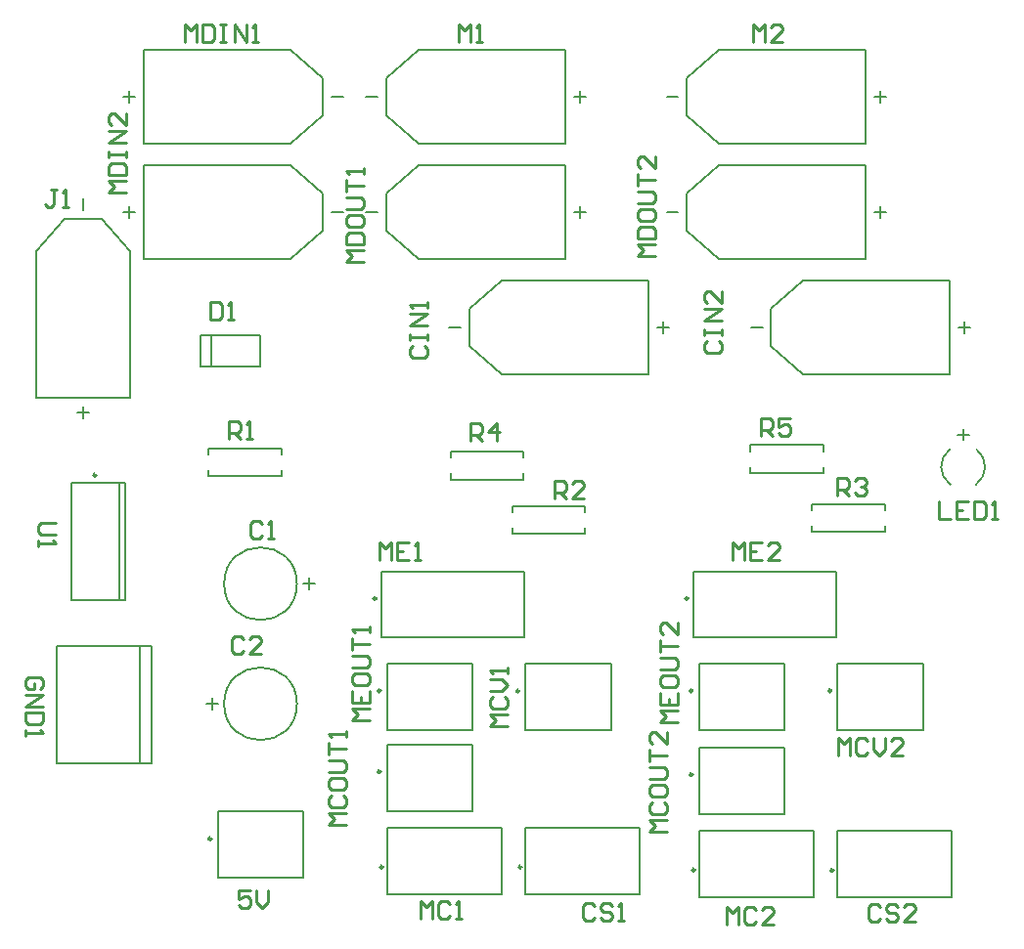
<source format=gto>
G04*
G04 #@! TF.GenerationSoftware,Altium Limited,Altium Designer,26.2.0 (7)*
G04*
G04 Layer_Color=65535*
%FSLAX44Y44*%
%MOMM*%
G71*
G04*
G04 #@! TF.SameCoordinates,E85B846E-6058-4BB5-BA70-B6274EE6EEFF*
G04*
G04*
G04 #@! TF.FilePolarity,Positive*
G04*
G01*
G75*
%ADD10C,0.2500*%
%ADD11C,0.2000*%
%ADD12C,0.1270*%
%ADD13C,0.2540*%
%ADD14C,0.1500*%
D10*
X326500Y59500D02*
G03*
X326500Y59500I-1250J0D01*
G01*
X446500D02*
G03*
X446500Y59500I-1250J0D01*
G01*
X178000Y84000D02*
G03*
X178000Y84000I-1250J0D01*
G01*
X444500Y212000D02*
G03*
X444500Y212000I-1250J0D01*
G01*
X324500Y212250D02*
G03*
X324500Y212250I-1250J0D01*
G01*
Y142250D02*
G03*
X324500Y142250I-1250J0D01*
G01*
X320750Y292250D02*
G03*
X320750Y292250I-1250J0D01*
G01*
X78230Y398980D02*
G03*
X78230Y398980I-1250J0D01*
G01*
X596500Y57000D02*
G03*
X596500Y57000I-1250J0D01*
G01*
X716500Y56750D02*
G03*
X716500Y56750I-1250J0D01*
G01*
X594500Y139750D02*
G03*
X594500Y139750I-1250J0D01*
G01*
Y212250D02*
G03*
X594500Y212250I-1250J0D01*
G01*
X714500D02*
G03*
X714500Y212250I-1250J0D01*
G01*
X590750Y292250D02*
G03*
X590750Y292250I-1250J0D01*
G01*
D11*
X252000Y201000D02*
G03*
X252000Y201000I-31500J0D01*
G01*
X817224Y421450D02*
G03*
X817330Y391130I11506J-15120D01*
G01*
X840130D02*
G03*
X840235Y421450I-11400J15200D01*
G01*
X252000Y305000D02*
G03*
X252000Y305000I-31500J0D01*
G01*
X330000Y36000D02*
X429000D01*
X330000D02*
Y93500D01*
X429000D01*
Y36000D02*
Y93500D01*
X438500Y348000D02*
Y353260D01*
Y348000D02*
X501500D01*
X438500Y372000D02*
X501500D01*
X438500Y366740D02*
Y372000D01*
X501500Y348000D02*
Y353260D01*
Y366740D02*
Y372000D01*
X220500Y493500D02*
Y520500D01*
X177990Y493500D02*
Y520500D01*
X168500D02*
X220500D01*
X168500Y493500D02*
X220500D01*
X168500D02*
Y520500D01*
X707500Y419740D02*
Y425000D01*
Y401000D02*
Y406260D01*
X644500Y419740D02*
Y425000D01*
X707500D01*
X644500Y401000D02*
X707500D01*
X644500D02*
Y406260D01*
X549000Y36000D02*
Y93500D01*
X450000Y36000D02*
X549000D01*
X450000Y93500D02*
X549000D01*
X450000Y36000D02*
Y93500D01*
X183500Y50000D02*
X257500D01*
X183500D02*
Y107500D01*
X257500D01*
Y50000D02*
Y107500D01*
X450000Y178000D02*
X524000D01*
X450000D02*
Y235500D01*
X524000D01*
Y178000D02*
Y235500D01*
X330000Y178250D02*
X404000D01*
X330000D02*
Y235750D01*
X404000D01*
Y178250D02*
Y235750D01*
X330000Y108250D02*
X404000D01*
X330000D02*
Y165750D01*
X404000D01*
Y108250D02*
Y165750D01*
X449000Y258250D02*
Y315750D01*
X325000D02*
X449000D01*
X325000Y258250D02*
X449000D01*
X325000D02*
Y315750D01*
X817330Y391130D02*
X817880Y391090D01*
X839580D02*
X840130Y391130D01*
X828730Y429230D02*
Y439230D01*
X823730Y434230D02*
X833730D01*
X448250Y413990D02*
Y419250D01*
Y395250D02*
Y400510D01*
X385250Y413990D02*
Y419250D01*
X448250D01*
X385250Y395250D02*
X448250D01*
X385250D02*
Y400510D01*
X238500Y416740D02*
Y422000D01*
Y398000D02*
Y403260D01*
X175500Y422000D02*
X238500D01*
X175500Y416740D02*
Y422000D01*
Y398000D02*
X238500D01*
X175500D02*
Y403260D01*
X56580Y392480D02*
X103580D01*
X56580Y290480D02*
X103580D01*
X56580D02*
Y392480D01*
X103580Y290480D02*
Y392480D01*
X98580Y290480D02*
Y392480D01*
X600000Y33500D02*
X699000D01*
X600000D02*
Y91000D01*
X699000D01*
Y33500D02*
Y91000D01*
X720000Y33250D02*
X819000D01*
X720000D02*
Y90750D01*
X819000D01*
Y33250D02*
Y90750D01*
X600000Y105750D02*
X674000D01*
X600000D02*
Y163250D01*
X674000D01*
Y105750D02*
Y163250D01*
X600000Y178250D02*
X674000D01*
X600000D02*
Y235750D01*
X674000Y178250D02*
Y235750D01*
X600000D02*
X674000D01*
X720000Y178250D02*
X794000D01*
X720000D02*
Y235750D01*
X794000D01*
Y178250D02*
Y235750D01*
X719000Y258250D02*
Y315750D01*
X595000D02*
X719000D01*
X595000Y258250D02*
X719000D01*
X595000D02*
Y315750D01*
X761000Y368740D02*
Y374000D01*
Y350000D02*
Y355260D01*
X698000Y368740D02*
Y374000D01*
X761000D01*
X698000Y350000D02*
X761000D01*
X698000D02*
Y355260D01*
D12*
X429500Y486500D02*
X556500D01*
X401500Y511000D02*
Y543000D01*
X564000Y527000D02*
X574000D01*
X569000Y522000D02*
Y532000D01*
X401500Y511000D02*
X429500Y486500D01*
X384000Y527000D02*
X394000D01*
X556500Y486500D02*
Y567500D01*
X429500D02*
X556500D01*
X401500Y543000D02*
X429500Y567500D01*
X329500Y643000D02*
X357500Y667500D01*
X484500D01*
Y586500D02*
Y667500D01*
X312000Y627000D02*
X322000D01*
X329500Y611000D02*
X357500Y586500D01*
X497000Y622000D02*
Y632000D01*
X492000Y627000D02*
X502000D01*
X329500Y611000D02*
Y643000D01*
X357500Y586500D02*
X484500D01*
X44480Y149280D02*
Y250880D01*
Y149280D02*
X116480D01*
X44480Y250880D02*
X116480D01*
Y149280D02*
Y250880D01*
X126480Y149280D02*
Y250880D01*
X116480Y149280D02*
X126480D01*
X116480Y250880D02*
X126480D01*
X119500Y667500D02*
X246500D01*
X274500Y611000D02*
Y643000D01*
X102000Y627000D02*
X112000D01*
X107000Y622000D02*
Y632000D01*
X246500Y667500D02*
X274500Y643000D01*
X282000Y627000D02*
X292000D01*
X119500Y586500D02*
Y667500D01*
Y586500D02*
X246500D01*
X274500Y611000D01*
X246500Y686500D02*
X274500Y711000D01*
X119500Y686500D02*
X246500D01*
X119500D02*
Y767500D01*
X282000Y727000D02*
X292000D01*
X246500Y767500D02*
X274500Y743000D01*
X107000Y722000D02*
Y732000D01*
X102000Y727000D02*
X112000D01*
X274500Y711000D02*
Y743000D01*
X119500Y767500D02*
X246500D01*
X662500Y543000D02*
X690500Y567500D01*
X817500D01*
Y486500D02*
Y567500D01*
X645000Y527000D02*
X655000D01*
X662500Y511000D02*
X690500Y486500D01*
X830000Y522000D02*
Y532000D01*
X825000Y527000D02*
X835000D01*
X662500Y511000D02*
Y543000D01*
X690500Y486500D02*
X817500D01*
X617500Y586500D02*
X744500D01*
X589500Y611000D02*
Y643000D01*
X752000Y627000D02*
X762000D01*
X757000Y622000D02*
Y632000D01*
X589500Y611000D02*
X617500Y586500D01*
X572000Y627000D02*
X582000D01*
X744500Y586500D02*
Y667500D01*
X617500D02*
X744500D01*
X589500Y643000D02*
X617500Y667500D01*
Y686500D02*
X744500D01*
X589500Y711000D02*
Y743000D01*
X752000Y727000D02*
X762000D01*
X757000Y722000D02*
Y732000D01*
X589500Y711000D02*
X617500Y686500D01*
X572000Y727000D02*
X582000D01*
X744500Y686500D02*
Y767500D01*
X617500D02*
X744500D01*
X589500Y743000D02*
X617500Y767500D01*
X329500Y743000D02*
X357500Y767500D01*
X484500D01*
Y686500D02*
Y767500D01*
X312000Y727000D02*
X322000D01*
X329500Y711000D02*
X357500Y686500D01*
X497000Y722000D02*
Y732000D01*
X492000Y727000D02*
X502000D01*
X329500Y711000D02*
Y743000D01*
X357500Y686500D02*
X484500D01*
X26500Y466000D02*
Y593000D01*
X51000Y621000D02*
X83000D01*
X67000Y448500D02*
Y458500D01*
X62000Y453500D02*
X72000D01*
X26500Y593000D02*
X51000Y621000D01*
X67000Y628500D02*
Y638500D01*
X26500Y466000D02*
X107500D01*
Y593000D01*
X83000Y621000D02*
X107500Y593000D01*
D13*
X351922Y510535D02*
X349383Y507995D01*
Y502917D01*
X351922Y500378D01*
X362078D01*
X364618Y502917D01*
Y507995D01*
X362078Y510535D01*
X349383Y515613D02*
Y520691D01*
Y518152D01*
X364618D01*
Y515613D01*
Y520691D01*
Y528309D02*
X349383D01*
X364618Y538465D01*
X349383D01*
X364618Y543544D02*
Y548622D01*
Y546083D01*
X349383D01*
X351922Y543544D01*
X310348Y584103D02*
X295112D01*
X300191Y589182D01*
X295112Y594260D01*
X310348D01*
X295112Y599338D02*
X310348D01*
Y606956D01*
X307808Y609495D01*
X297652D01*
X295112Y606956D01*
Y599338D01*
Y622191D02*
Y617113D01*
X297652Y614573D01*
X307808D01*
X310348Y617113D01*
Y622191D01*
X307808Y624730D01*
X297652D01*
X295112Y622191D01*
Y629808D02*
X307808D01*
X310348Y632348D01*
Y637426D01*
X307808Y639965D01*
X295112D01*
Y645043D02*
Y655200D01*
Y650122D01*
X310348D01*
Y660278D02*
Y665357D01*
Y662818D01*
X295112D01*
X297652Y660278D01*
X359226Y14382D02*
Y29618D01*
X364304Y24539D01*
X369383Y29618D01*
Y14382D01*
X384618Y27078D02*
X382078Y29618D01*
X377000D01*
X374461Y27078D01*
Y16922D01*
X377000Y14382D01*
X382078D01*
X384618Y16922D01*
X389696Y14382D02*
X394774D01*
X392235D01*
Y29618D01*
X389696Y27078D01*
X475284Y379113D02*
Y394347D01*
X482902D01*
X485441Y391808D01*
Y386730D01*
X482902Y384191D01*
X475284D01*
X480363D02*
X485441Y379113D01*
X500676D02*
X490519D01*
X500676Y389269D01*
Y391808D01*
X498137Y394347D01*
X493058D01*
X490519Y391808D01*
X177323Y548848D02*
Y533613D01*
X184941D01*
X187480Y536152D01*
Y546308D01*
X184941Y548848D01*
X177323D01*
X192558Y533613D02*
X197637D01*
X195098D01*
Y548848D01*
X192558Y546308D01*
X30058Y213715D02*
X32598Y216254D01*
Y221333D01*
X30058Y223872D01*
X19902D01*
X17363Y221333D01*
Y216254D01*
X19902Y213715D01*
X24980D01*
Y218793D01*
X17363Y208637D02*
X32598D01*
X17363Y198480D01*
X32598D01*
Y193402D02*
X17363D01*
Y185784D01*
X19902Y183245D01*
X30058D01*
X32598Y185784D01*
Y193402D01*
X17363Y178167D02*
Y173088D01*
Y175627D01*
X32598D01*
X30058Y178167D01*
X653284Y433112D02*
Y448348D01*
X660902D01*
X663441Y445808D01*
Y440730D01*
X660902Y438191D01*
X653284D01*
X658363D02*
X663441Y433112D01*
X678676Y448348D02*
X668519D01*
Y440730D01*
X673598Y443269D01*
X676137D01*
X678676Y440730D01*
Y435652D01*
X676137Y433112D01*
X671058D01*
X668519Y435652D01*
X509362Y26058D02*
X506823Y28598D01*
X501745D01*
X499206Y26058D01*
Y15902D01*
X501745Y13362D01*
X506823D01*
X509362Y15902D01*
X524598Y26058D02*
X522058Y28598D01*
X516980D01*
X514441Y26058D01*
Y23519D01*
X516980Y20980D01*
X522058D01*
X524598Y18441D01*
Y15902D01*
X522058Y13362D01*
X516980D01*
X514441Y15902D01*
X529676Y13362D02*
X534754D01*
X532215D01*
Y28598D01*
X529676Y26058D01*
X104117Y643971D02*
X88883D01*
X93961Y649049D01*
X88883Y654128D01*
X104117D01*
X88883Y659206D02*
X104117D01*
Y666824D01*
X101578Y669363D01*
X91422D01*
X88883Y666824D01*
Y659206D01*
Y674441D02*
Y679520D01*
Y676980D01*
X104117D01*
Y674441D01*
Y679520D01*
Y687137D02*
X88883D01*
X104117Y697294D01*
X88883D01*
X104117Y712529D02*
Y702372D01*
X93961Y712529D01*
X91422D01*
X88883Y709990D01*
Y704911D01*
X91422Y702372D01*
X211961Y39618D02*
X201804D01*
Y32000D01*
X206882Y34539D01*
X209422D01*
X211961Y32000D01*
Y26922D01*
X209422Y24383D01*
X204343D01*
X201804Y26922D01*
X217039Y39618D02*
Y29461D01*
X222118Y24383D01*
X227196Y29461D01*
Y39618D01*
X206191Y256808D02*
X203652Y259348D01*
X198573D01*
X196034Y256808D01*
Y246652D01*
X198573Y244112D01*
X203652D01*
X206191Y246652D01*
X221426Y244112D02*
X211269D01*
X221426Y254269D01*
Y256808D01*
X218887Y259348D01*
X213808D01*
X211269Y256808D01*
X434618Y181358D02*
X419383D01*
X424461Y186437D01*
X419383Y191515D01*
X434618D01*
X421922Y206750D02*
X419383Y204211D01*
Y199132D01*
X421922Y196593D01*
X432078D01*
X434618Y199132D01*
Y204211D01*
X432078Y206750D01*
X419383Y211828D02*
X429539D01*
X434618Y216907D01*
X429539Y221985D01*
X419383D01*
X434618Y227063D02*
Y232142D01*
Y229603D01*
X419383D01*
X421922Y227063D01*
X314618Y186373D02*
X299382D01*
X304461Y191451D01*
X299382Y196530D01*
X314618D01*
X299382Y211765D02*
Y201608D01*
X314618D01*
Y211765D01*
X307000Y201608D02*
Y206687D01*
X299382Y224461D02*
Y219382D01*
X301922Y216843D01*
X312078D01*
X314618Y219382D01*
Y224461D01*
X312078Y227000D01*
X301922D01*
X299382Y224461D01*
Y232078D02*
X312078D01*
X314618Y234618D01*
Y239696D01*
X312078Y242235D01*
X299382D01*
Y247313D02*
Y257470D01*
Y252392D01*
X314618D01*
Y262549D02*
Y267627D01*
Y265088D01*
X299382D01*
X301922Y262549D01*
X294618Y96373D02*
X279382D01*
X284461Y101452D01*
X279382Y106530D01*
X294618D01*
X281922Y121765D02*
X279382Y119226D01*
Y114147D01*
X281922Y111608D01*
X292078D01*
X294618Y114147D01*
Y119226D01*
X292078Y121765D01*
X279382Y134461D02*
Y129382D01*
X281922Y126843D01*
X292078D01*
X294618Y129382D01*
Y134461D01*
X292078Y137000D01*
X281922D01*
X279382Y134461D01*
Y142078D02*
X292078D01*
X294618Y144618D01*
Y149696D01*
X292078Y152235D01*
X279382D01*
Y157313D02*
Y167470D01*
Y162392D01*
X294618D01*
Y172549D02*
Y177627D01*
Y175088D01*
X279382D01*
X281922Y172549D01*
X323706Y325863D02*
Y341098D01*
X328784Y336019D01*
X333862Y341098D01*
Y325863D01*
X349098Y341098D02*
X338941D01*
Y325863D01*
X349098D01*
X338941Y333480D02*
X344019D01*
X354176Y325863D02*
X359254D01*
X356715D01*
Y341098D01*
X354176Y338558D01*
X808088Y376097D02*
Y360863D01*
X818245D01*
X833480Y376097D02*
X823323D01*
Y360863D01*
X833480D01*
X823323Y368480D02*
X828402D01*
X838558Y376097D02*
Y360863D01*
X846176D01*
X848715Y363402D01*
Y373558D01*
X846176Y376097D01*
X838558D01*
X853793Y360863D02*
X858872D01*
X856333D01*
Y376097D01*
X853793Y373558D01*
X402284Y428613D02*
Y443848D01*
X409902D01*
X412441Y441308D01*
Y436230D01*
X409902Y433691D01*
X402284D01*
X407363D02*
X412441Y428613D01*
X425137D02*
Y443848D01*
X417519Y436230D01*
X427676D01*
X193323Y430863D02*
Y446098D01*
X200941D01*
X203480Y443558D01*
Y438480D01*
X200941Y435941D01*
X193323D01*
X198402D02*
X203480Y430863D01*
X208558D02*
X213637D01*
X211098D01*
Y446098D01*
X208558Y443558D01*
X155260Y774382D02*
Y789617D01*
X160339Y784539D01*
X165417Y789617D01*
Y774382D01*
X170495Y789617D02*
Y774382D01*
X178113D01*
X180652Y776922D01*
Y787078D01*
X178113Y789617D01*
X170495D01*
X185730D02*
X190809D01*
X188270D01*
Y774382D01*
X185730D01*
X190809D01*
X198426D02*
Y789617D01*
X208583Y774382D01*
Y789617D01*
X213661Y774382D02*
X218740D01*
X216201D01*
Y789617D01*
X213661Y787078D01*
X43598Y357387D02*
X30902D01*
X28363Y354847D01*
Y349769D01*
X30902Y347230D01*
X43598D01*
X28363Y342152D02*
Y337073D01*
Y339612D01*
X43598D01*
X41058Y342152D01*
X606922Y515495D02*
X604383Y512956D01*
Y507878D01*
X606922Y505339D01*
X617078D01*
X619618Y507878D01*
Y512956D01*
X617078Y515495D01*
X604383Y520574D02*
Y525652D01*
Y523113D01*
X619618D01*
Y520574D01*
Y525652D01*
Y533270D02*
X604383D01*
X619618Y543426D01*
X604383D01*
X619618Y558661D02*
Y548505D01*
X609461Y558661D01*
X606922D01*
X604383Y556122D01*
Y551044D01*
X606922Y548505D01*
X562118Y588834D02*
X546883D01*
X551961Y593912D01*
X546883Y598991D01*
X562118D01*
X546883Y604069D02*
X562118D01*
Y611687D01*
X559578Y614226D01*
X549422D01*
X546883Y611687D01*
Y604069D01*
Y626922D02*
Y621843D01*
X549422Y619304D01*
X559578D01*
X562118Y621843D01*
Y626922D01*
X559578Y629461D01*
X549422D01*
X546883Y626922D01*
Y634539D02*
X559578D01*
X562118Y637078D01*
Y642157D01*
X559578Y644696D01*
X546883D01*
Y649774D02*
Y659931D01*
Y654853D01*
X562118D01*
Y675166D02*
Y665009D01*
X551961Y675166D01*
X549422D01*
X546883Y672627D01*
Y667549D01*
X549422Y665009D01*
X646804Y774382D02*
Y789617D01*
X651882Y784539D01*
X656961Y789617D01*
Y774382D01*
X672196D02*
X662039D01*
X672196Y784539D01*
Y787078D01*
X669657Y789617D01*
X664578D01*
X662039Y787078D01*
X391843Y774382D02*
Y789617D01*
X396922Y784539D01*
X402000Y789617D01*
Y774382D01*
X407078D02*
X412157D01*
X409618D01*
Y789617D01*
X407078Y787078D01*
X624187Y9383D02*
Y24618D01*
X629265Y19539D01*
X634343Y24618D01*
Y9383D01*
X649578Y22078D02*
X647039Y24618D01*
X641961D01*
X639422Y22078D01*
Y11922D01*
X641961Y9383D01*
X647039D01*
X649578Y11922D01*
X664814Y9383D02*
X654657D01*
X664814Y19539D01*
Y22078D01*
X662274Y24618D01*
X657196D01*
X654657Y22078D01*
X756843Y24578D02*
X754304Y27118D01*
X749226D01*
X746687Y24578D01*
Y14422D01*
X749226Y11882D01*
X754304D01*
X756843Y14422D01*
X772078Y24578D02*
X769539Y27118D01*
X764461D01*
X761922Y24578D01*
Y22039D01*
X764461Y19500D01*
X769539D01*
X772078Y16961D01*
Y14422D01*
X769539Y11882D01*
X764461D01*
X761922Y14422D01*
X787314Y11882D02*
X777157D01*
X787314Y22039D01*
Y24578D01*
X784774Y27118D01*
X779696D01*
X777157Y24578D01*
X44140Y646807D02*
X39062D01*
X41601D01*
Y634112D01*
X39062Y631572D01*
X36523D01*
X33983Y634112D01*
X49218Y631572D02*
X54297D01*
X51758D01*
Y646807D01*
X49218Y644268D01*
X221730Y356808D02*
X219191Y359348D01*
X214112D01*
X211573Y356808D01*
Y346652D01*
X214112Y344113D01*
X219191D01*
X221730Y346652D01*
X226808Y344113D02*
X231887D01*
X229348D01*
Y359348D01*
X226808Y356808D01*
X572098Y89814D02*
X556862D01*
X561941Y94892D01*
X556862Y99971D01*
X572098D01*
X559402Y115206D02*
X556862Y112667D01*
Y107588D01*
X559402Y105049D01*
X569558D01*
X572098Y107588D01*
Y112667D01*
X569558Y115206D01*
X556862Y127902D02*
Y122823D01*
X559402Y120284D01*
X569558D01*
X572098Y122823D01*
Y127902D01*
X569558Y130441D01*
X559402D01*
X556862Y127902D01*
Y135519D02*
X569558D01*
X572098Y138058D01*
Y143137D01*
X569558Y145676D01*
X556862D01*
Y150754D02*
Y160911D01*
Y155833D01*
X572098D01*
Y176146D02*
Y165989D01*
X561941Y176146D01*
X559402D01*
X556862Y173607D01*
Y168528D01*
X559402Y165989D01*
X581598Y185314D02*
X566362D01*
X571441Y190392D01*
X566362Y195471D01*
X581598D01*
X566362Y210706D02*
Y200549D01*
X581598D01*
Y210706D01*
X573980Y200549D02*
Y205627D01*
X566362Y223402D02*
Y218323D01*
X568902Y215784D01*
X579058D01*
X581598Y218323D01*
Y223402D01*
X579058Y225941D01*
X568902D01*
X566362Y223402D01*
Y231019D02*
X579058D01*
X581598Y233558D01*
Y238637D01*
X579058Y241176D01*
X566362D01*
Y246254D02*
Y256411D01*
Y251333D01*
X581598D01*
Y271646D02*
Y261489D01*
X571441Y271646D01*
X568902D01*
X566362Y269107D01*
Y264028D01*
X568902Y261489D01*
X720799Y156112D02*
Y171348D01*
X725877Y166269D01*
X730956Y171348D01*
Y156112D01*
X746191Y168808D02*
X743652Y171348D01*
X738573D01*
X736034Y168808D01*
Y158652D01*
X738573Y156112D01*
X743652D01*
X746191Y158652D01*
X751269Y171348D02*
Y161191D01*
X756348Y156112D01*
X761426Y161191D01*
Y171348D01*
X776661Y156112D02*
X766504D01*
X776661Y166269D01*
Y168808D01*
X774122Y171348D01*
X769044D01*
X766504Y168808D01*
X628917Y325863D02*
Y341098D01*
X633995Y336019D01*
X639073Y341098D01*
Y325863D01*
X654308Y341098D02*
X644152D01*
Y325863D01*
X654308D01*
X644152Y333480D02*
X649230D01*
X669544Y325863D02*
X659387D01*
X669544Y336019D01*
Y338558D01*
X667004Y341098D01*
X661926D01*
X659387Y338558D01*
X719534Y381362D02*
Y396598D01*
X727152D01*
X729691Y394058D01*
Y388980D01*
X727152Y386441D01*
X719534D01*
X724613D02*
X729691Y381362D01*
X734769Y394058D02*
X737308Y396598D01*
X742387D01*
X744926Y394058D01*
Y391519D01*
X742387Y388980D01*
X739848D01*
X742387D01*
X744926Y386441D01*
Y383902D01*
X742387Y381362D01*
X737308D01*
X734769Y383902D01*
D14*
X173503Y200997D02*
X183500D01*
X178501Y205995D02*
Y195998D01*
X267497Y305003D02*
X257500D01*
X262499Y300005D02*
Y310002D01*
M02*

</source>
